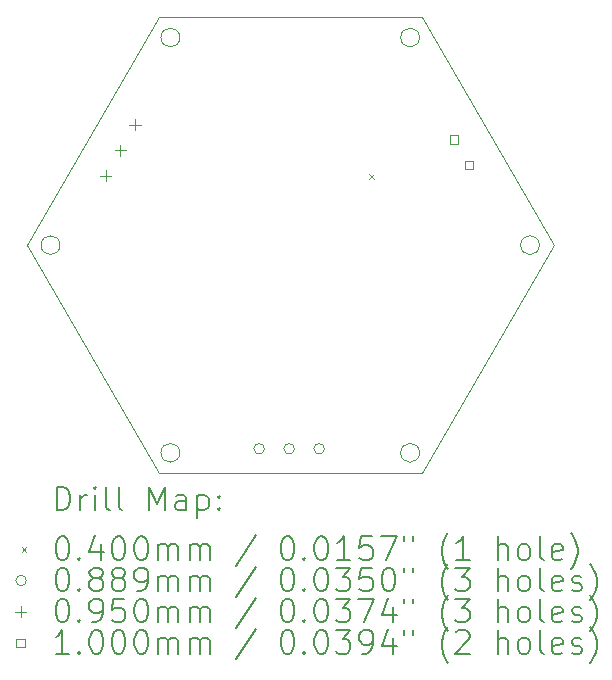
<source format=gbr>
%TF.GenerationSoftware,KiCad,Pcbnew,(6.0.8-1)-1*%
%TF.CreationDate,2022-11-30T21:49:59-05:00*%
%TF.ProjectId,Untitled,556e7469-746c-4656-942e-6b696361645f,rev?*%
%TF.SameCoordinates,Original*%
%TF.FileFunction,Drillmap*%
%TF.FilePolarity,Positive*%
%FSLAX45Y45*%
G04 Gerber Fmt 4.5, Leading zero omitted, Abs format (unit mm)*
G04 Created by KiCad (PCBNEW (6.0.8-1)-1) date 2022-11-30 21:49:59*
%MOMM*%
%LPD*%
G01*
G04 APERTURE LIST*
%ADD10C,0.100000*%
%ADD11C,0.200000*%
%ADD12C,0.040000*%
%ADD13C,0.088900*%
%ADD14C,0.095000*%
G04 APERTURE END LIST*
D10*
X9439000Y-7559000D02*
G75*
G03*
X9439000Y-7559000I-80000J0D01*
G01*
X8425000Y-5801000D02*
G75*
G03*
X8425000Y-5801000I-80000J0D01*
G01*
X9259000Y-3870000D02*
X8145000Y-5801000D01*
X11469000Y-7559000D02*
G75*
G03*
X11469000Y-7559000I-80000J0D01*
G01*
X11489000Y-3870000D02*
X9259000Y-3870000D01*
X9259000Y-7732000D02*
X11489000Y-7732000D01*
X8145000Y-5801000D02*
X9259000Y-7732000D01*
X12604000Y-5801000D02*
X11489000Y-7732000D01*
X12484000Y-5801000D02*
G75*
G03*
X12484000Y-5801000I-80000J0D01*
G01*
X11469000Y-4043000D02*
G75*
G03*
X11469000Y-4043000I-80000J0D01*
G01*
X9439000Y-4043000D02*
G75*
G03*
X9439000Y-4043000I-80000J0D01*
G01*
X12604000Y-5801000D02*
X11489000Y-3870000D01*
D11*
D12*
X11040000Y-5200000D02*
X11080000Y-5240000D01*
X11080000Y-5200000D02*
X11040000Y-5240000D01*
D13*
X10155200Y-7525010D02*
G75*
G03*
X10155200Y-7525010I-44450J0D01*
G01*
X10409200Y-7525010D02*
G75*
G03*
X10409200Y-7525010I-44450J0D01*
G01*
X10663200Y-7525010D02*
G75*
G03*
X10663200Y-7525010I-44450J0D01*
G01*
D14*
X8810000Y-5165513D02*
X8810000Y-5260513D01*
X8762500Y-5213013D02*
X8857500Y-5213013D01*
X8935000Y-4949006D02*
X8935000Y-5044006D01*
X8887500Y-4996506D02*
X8982500Y-4996506D01*
X9060000Y-4732500D02*
X9060000Y-4827500D01*
X9012500Y-4780000D02*
X9107500Y-4780000D01*
D10*
X11798322Y-4940853D02*
X11798322Y-4870141D01*
X11727611Y-4870141D01*
X11727611Y-4940853D01*
X11798322Y-4940853D01*
X11923322Y-5157359D02*
X11923322Y-5086648D01*
X11852611Y-5086648D01*
X11852611Y-5157359D01*
X11923322Y-5157359D01*
D11*
X8397619Y-8047476D02*
X8397619Y-7847476D01*
X8445238Y-7847476D01*
X8473810Y-7857000D01*
X8492857Y-7876048D01*
X8502381Y-7895095D01*
X8511905Y-7933190D01*
X8511905Y-7961762D01*
X8502381Y-7999857D01*
X8492857Y-8018905D01*
X8473810Y-8037952D01*
X8445238Y-8047476D01*
X8397619Y-8047476D01*
X8597619Y-8047476D02*
X8597619Y-7914143D01*
X8597619Y-7952238D02*
X8607143Y-7933190D01*
X8616667Y-7923667D01*
X8635714Y-7914143D01*
X8654762Y-7914143D01*
X8721429Y-8047476D02*
X8721429Y-7914143D01*
X8721429Y-7847476D02*
X8711905Y-7857000D01*
X8721429Y-7866524D01*
X8730952Y-7857000D01*
X8721429Y-7847476D01*
X8721429Y-7866524D01*
X8845238Y-8047476D02*
X8826190Y-8037952D01*
X8816667Y-8018905D01*
X8816667Y-7847476D01*
X8950000Y-8047476D02*
X8930952Y-8037952D01*
X8921429Y-8018905D01*
X8921429Y-7847476D01*
X9178571Y-8047476D02*
X9178571Y-7847476D01*
X9245238Y-7990333D01*
X9311905Y-7847476D01*
X9311905Y-8047476D01*
X9492857Y-8047476D02*
X9492857Y-7942714D01*
X9483333Y-7923667D01*
X9464286Y-7914143D01*
X9426190Y-7914143D01*
X9407143Y-7923667D01*
X9492857Y-8037952D02*
X9473810Y-8047476D01*
X9426190Y-8047476D01*
X9407143Y-8037952D01*
X9397619Y-8018905D01*
X9397619Y-7999857D01*
X9407143Y-7980809D01*
X9426190Y-7971286D01*
X9473810Y-7971286D01*
X9492857Y-7961762D01*
X9588095Y-7914143D02*
X9588095Y-8114143D01*
X9588095Y-7923667D02*
X9607143Y-7914143D01*
X9645238Y-7914143D01*
X9664286Y-7923667D01*
X9673810Y-7933190D01*
X9683333Y-7952238D01*
X9683333Y-8009381D01*
X9673810Y-8028428D01*
X9664286Y-8037952D01*
X9645238Y-8047476D01*
X9607143Y-8047476D01*
X9588095Y-8037952D01*
X9769048Y-8028428D02*
X9778571Y-8037952D01*
X9769048Y-8047476D01*
X9759524Y-8037952D01*
X9769048Y-8028428D01*
X9769048Y-8047476D01*
X9769048Y-7923667D02*
X9778571Y-7933190D01*
X9769048Y-7942714D01*
X9759524Y-7933190D01*
X9769048Y-7923667D01*
X9769048Y-7942714D01*
D12*
X8100000Y-8357000D02*
X8140000Y-8397000D01*
X8140000Y-8357000D02*
X8100000Y-8397000D01*
D11*
X8435714Y-8267476D02*
X8454762Y-8267476D01*
X8473810Y-8277000D01*
X8483333Y-8286524D01*
X8492857Y-8305571D01*
X8502381Y-8343667D01*
X8502381Y-8391286D01*
X8492857Y-8429381D01*
X8483333Y-8448429D01*
X8473810Y-8457952D01*
X8454762Y-8467476D01*
X8435714Y-8467476D01*
X8416667Y-8457952D01*
X8407143Y-8448429D01*
X8397619Y-8429381D01*
X8388095Y-8391286D01*
X8388095Y-8343667D01*
X8397619Y-8305571D01*
X8407143Y-8286524D01*
X8416667Y-8277000D01*
X8435714Y-8267476D01*
X8588095Y-8448429D02*
X8597619Y-8457952D01*
X8588095Y-8467476D01*
X8578571Y-8457952D01*
X8588095Y-8448429D01*
X8588095Y-8467476D01*
X8769048Y-8334143D02*
X8769048Y-8467476D01*
X8721429Y-8257952D02*
X8673810Y-8400810D01*
X8797619Y-8400810D01*
X8911905Y-8267476D02*
X8930952Y-8267476D01*
X8950000Y-8277000D01*
X8959524Y-8286524D01*
X8969048Y-8305571D01*
X8978571Y-8343667D01*
X8978571Y-8391286D01*
X8969048Y-8429381D01*
X8959524Y-8448429D01*
X8950000Y-8457952D01*
X8930952Y-8467476D01*
X8911905Y-8467476D01*
X8892857Y-8457952D01*
X8883333Y-8448429D01*
X8873810Y-8429381D01*
X8864286Y-8391286D01*
X8864286Y-8343667D01*
X8873810Y-8305571D01*
X8883333Y-8286524D01*
X8892857Y-8277000D01*
X8911905Y-8267476D01*
X9102381Y-8267476D02*
X9121429Y-8267476D01*
X9140476Y-8277000D01*
X9150000Y-8286524D01*
X9159524Y-8305571D01*
X9169048Y-8343667D01*
X9169048Y-8391286D01*
X9159524Y-8429381D01*
X9150000Y-8448429D01*
X9140476Y-8457952D01*
X9121429Y-8467476D01*
X9102381Y-8467476D01*
X9083333Y-8457952D01*
X9073810Y-8448429D01*
X9064286Y-8429381D01*
X9054762Y-8391286D01*
X9054762Y-8343667D01*
X9064286Y-8305571D01*
X9073810Y-8286524D01*
X9083333Y-8277000D01*
X9102381Y-8267476D01*
X9254762Y-8467476D02*
X9254762Y-8334143D01*
X9254762Y-8353190D02*
X9264286Y-8343667D01*
X9283333Y-8334143D01*
X9311905Y-8334143D01*
X9330952Y-8343667D01*
X9340476Y-8362714D01*
X9340476Y-8467476D01*
X9340476Y-8362714D02*
X9350000Y-8343667D01*
X9369048Y-8334143D01*
X9397619Y-8334143D01*
X9416667Y-8343667D01*
X9426190Y-8362714D01*
X9426190Y-8467476D01*
X9521429Y-8467476D02*
X9521429Y-8334143D01*
X9521429Y-8353190D02*
X9530952Y-8343667D01*
X9550000Y-8334143D01*
X9578571Y-8334143D01*
X9597619Y-8343667D01*
X9607143Y-8362714D01*
X9607143Y-8467476D01*
X9607143Y-8362714D02*
X9616667Y-8343667D01*
X9635714Y-8334143D01*
X9664286Y-8334143D01*
X9683333Y-8343667D01*
X9692857Y-8362714D01*
X9692857Y-8467476D01*
X10083333Y-8257952D02*
X9911905Y-8515095D01*
X10340476Y-8267476D02*
X10359524Y-8267476D01*
X10378571Y-8277000D01*
X10388095Y-8286524D01*
X10397619Y-8305571D01*
X10407143Y-8343667D01*
X10407143Y-8391286D01*
X10397619Y-8429381D01*
X10388095Y-8448429D01*
X10378571Y-8457952D01*
X10359524Y-8467476D01*
X10340476Y-8467476D01*
X10321429Y-8457952D01*
X10311905Y-8448429D01*
X10302381Y-8429381D01*
X10292857Y-8391286D01*
X10292857Y-8343667D01*
X10302381Y-8305571D01*
X10311905Y-8286524D01*
X10321429Y-8277000D01*
X10340476Y-8267476D01*
X10492857Y-8448429D02*
X10502381Y-8457952D01*
X10492857Y-8467476D01*
X10483333Y-8457952D01*
X10492857Y-8448429D01*
X10492857Y-8467476D01*
X10626190Y-8267476D02*
X10645238Y-8267476D01*
X10664286Y-8277000D01*
X10673810Y-8286524D01*
X10683333Y-8305571D01*
X10692857Y-8343667D01*
X10692857Y-8391286D01*
X10683333Y-8429381D01*
X10673810Y-8448429D01*
X10664286Y-8457952D01*
X10645238Y-8467476D01*
X10626190Y-8467476D01*
X10607143Y-8457952D01*
X10597619Y-8448429D01*
X10588095Y-8429381D01*
X10578571Y-8391286D01*
X10578571Y-8343667D01*
X10588095Y-8305571D01*
X10597619Y-8286524D01*
X10607143Y-8277000D01*
X10626190Y-8267476D01*
X10883333Y-8467476D02*
X10769048Y-8467476D01*
X10826190Y-8467476D02*
X10826190Y-8267476D01*
X10807143Y-8296048D01*
X10788095Y-8315095D01*
X10769048Y-8324619D01*
X11064286Y-8267476D02*
X10969048Y-8267476D01*
X10959524Y-8362714D01*
X10969048Y-8353190D01*
X10988095Y-8343667D01*
X11035714Y-8343667D01*
X11054762Y-8353190D01*
X11064286Y-8362714D01*
X11073810Y-8381762D01*
X11073810Y-8429381D01*
X11064286Y-8448429D01*
X11054762Y-8457952D01*
X11035714Y-8467476D01*
X10988095Y-8467476D01*
X10969048Y-8457952D01*
X10959524Y-8448429D01*
X11140476Y-8267476D02*
X11273809Y-8267476D01*
X11188095Y-8467476D01*
X11340476Y-8267476D02*
X11340476Y-8305571D01*
X11416667Y-8267476D02*
X11416667Y-8305571D01*
X11711905Y-8543667D02*
X11702381Y-8534143D01*
X11683333Y-8505571D01*
X11673809Y-8486524D01*
X11664286Y-8457952D01*
X11654762Y-8410333D01*
X11654762Y-8372238D01*
X11664286Y-8324619D01*
X11673809Y-8296048D01*
X11683333Y-8277000D01*
X11702381Y-8248428D01*
X11711905Y-8238905D01*
X11892857Y-8467476D02*
X11778571Y-8467476D01*
X11835714Y-8467476D02*
X11835714Y-8267476D01*
X11816667Y-8296048D01*
X11797619Y-8315095D01*
X11778571Y-8324619D01*
X12130952Y-8467476D02*
X12130952Y-8267476D01*
X12216667Y-8467476D02*
X12216667Y-8362714D01*
X12207143Y-8343667D01*
X12188095Y-8334143D01*
X12159524Y-8334143D01*
X12140476Y-8343667D01*
X12130952Y-8353190D01*
X12340476Y-8467476D02*
X12321428Y-8457952D01*
X12311905Y-8448429D01*
X12302381Y-8429381D01*
X12302381Y-8372238D01*
X12311905Y-8353190D01*
X12321428Y-8343667D01*
X12340476Y-8334143D01*
X12369048Y-8334143D01*
X12388095Y-8343667D01*
X12397619Y-8353190D01*
X12407143Y-8372238D01*
X12407143Y-8429381D01*
X12397619Y-8448429D01*
X12388095Y-8457952D01*
X12369048Y-8467476D01*
X12340476Y-8467476D01*
X12521428Y-8467476D02*
X12502381Y-8457952D01*
X12492857Y-8438905D01*
X12492857Y-8267476D01*
X12673809Y-8457952D02*
X12654762Y-8467476D01*
X12616667Y-8467476D01*
X12597619Y-8457952D01*
X12588095Y-8438905D01*
X12588095Y-8362714D01*
X12597619Y-8343667D01*
X12616667Y-8334143D01*
X12654762Y-8334143D01*
X12673809Y-8343667D01*
X12683333Y-8362714D01*
X12683333Y-8381762D01*
X12588095Y-8400810D01*
X12750000Y-8543667D02*
X12759524Y-8534143D01*
X12778571Y-8505571D01*
X12788095Y-8486524D01*
X12797619Y-8457952D01*
X12807143Y-8410333D01*
X12807143Y-8372238D01*
X12797619Y-8324619D01*
X12788095Y-8296048D01*
X12778571Y-8277000D01*
X12759524Y-8248428D01*
X12750000Y-8238905D01*
D13*
X8140000Y-8641000D02*
G75*
G03*
X8140000Y-8641000I-44450J0D01*
G01*
D11*
X8435714Y-8531476D02*
X8454762Y-8531476D01*
X8473810Y-8541000D01*
X8483333Y-8550524D01*
X8492857Y-8569571D01*
X8502381Y-8607667D01*
X8502381Y-8655286D01*
X8492857Y-8693381D01*
X8483333Y-8712429D01*
X8473810Y-8721952D01*
X8454762Y-8731476D01*
X8435714Y-8731476D01*
X8416667Y-8721952D01*
X8407143Y-8712429D01*
X8397619Y-8693381D01*
X8388095Y-8655286D01*
X8388095Y-8607667D01*
X8397619Y-8569571D01*
X8407143Y-8550524D01*
X8416667Y-8541000D01*
X8435714Y-8531476D01*
X8588095Y-8712429D02*
X8597619Y-8721952D01*
X8588095Y-8731476D01*
X8578571Y-8721952D01*
X8588095Y-8712429D01*
X8588095Y-8731476D01*
X8711905Y-8617190D02*
X8692857Y-8607667D01*
X8683333Y-8598143D01*
X8673810Y-8579095D01*
X8673810Y-8569571D01*
X8683333Y-8550524D01*
X8692857Y-8541000D01*
X8711905Y-8531476D01*
X8750000Y-8531476D01*
X8769048Y-8541000D01*
X8778571Y-8550524D01*
X8788095Y-8569571D01*
X8788095Y-8579095D01*
X8778571Y-8598143D01*
X8769048Y-8607667D01*
X8750000Y-8617190D01*
X8711905Y-8617190D01*
X8692857Y-8626714D01*
X8683333Y-8636238D01*
X8673810Y-8655286D01*
X8673810Y-8693381D01*
X8683333Y-8712429D01*
X8692857Y-8721952D01*
X8711905Y-8731476D01*
X8750000Y-8731476D01*
X8769048Y-8721952D01*
X8778571Y-8712429D01*
X8788095Y-8693381D01*
X8788095Y-8655286D01*
X8778571Y-8636238D01*
X8769048Y-8626714D01*
X8750000Y-8617190D01*
X8902381Y-8617190D02*
X8883333Y-8607667D01*
X8873810Y-8598143D01*
X8864286Y-8579095D01*
X8864286Y-8569571D01*
X8873810Y-8550524D01*
X8883333Y-8541000D01*
X8902381Y-8531476D01*
X8940476Y-8531476D01*
X8959524Y-8541000D01*
X8969048Y-8550524D01*
X8978571Y-8569571D01*
X8978571Y-8579095D01*
X8969048Y-8598143D01*
X8959524Y-8607667D01*
X8940476Y-8617190D01*
X8902381Y-8617190D01*
X8883333Y-8626714D01*
X8873810Y-8636238D01*
X8864286Y-8655286D01*
X8864286Y-8693381D01*
X8873810Y-8712429D01*
X8883333Y-8721952D01*
X8902381Y-8731476D01*
X8940476Y-8731476D01*
X8959524Y-8721952D01*
X8969048Y-8712429D01*
X8978571Y-8693381D01*
X8978571Y-8655286D01*
X8969048Y-8636238D01*
X8959524Y-8626714D01*
X8940476Y-8617190D01*
X9073810Y-8731476D02*
X9111905Y-8731476D01*
X9130952Y-8721952D01*
X9140476Y-8712429D01*
X9159524Y-8683857D01*
X9169048Y-8645762D01*
X9169048Y-8569571D01*
X9159524Y-8550524D01*
X9150000Y-8541000D01*
X9130952Y-8531476D01*
X9092857Y-8531476D01*
X9073810Y-8541000D01*
X9064286Y-8550524D01*
X9054762Y-8569571D01*
X9054762Y-8617190D01*
X9064286Y-8636238D01*
X9073810Y-8645762D01*
X9092857Y-8655286D01*
X9130952Y-8655286D01*
X9150000Y-8645762D01*
X9159524Y-8636238D01*
X9169048Y-8617190D01*
X9254762Y-8731476D02*
X9254762Y-8598143D01*
X9254762Y-8617190D02*
X9264286Y-8607667D01*
X9283333Y-8598143D01*
X9311905Y-8598143D01*
X9330952Y-8607667D01*
X9340476Y-8626714D01*
X9340476Y-8731476D01*
X9340476Y-8626714D02*
X9350000Y-8607667D01*
X9369048Y-8598143D01*
X9397619Y-8598143D01*
X9416667Y-8607667D01*
X9426190Y-8626714D01*
X9426190Y-8731476D01*
X9521429Y-8731476D02*
X9521429Y-8598143D01*
X9521429Y-8617190D02*
X9530952Y-8607667D01*
X9550000Y-8598143D01*
X9578571Y-8598143D01*
X9597619Y-8607667D01*
X9607143Y-8626714D01*
X9607143Y-8731476D01*
X9607143Y-8626714D02*
X9616667Y-8607667D01*
X9635714Y-8598143D01*
X9664286Y-8598143D01*
X9683333Y-8607667D01*
X9692857Y-8626714D01*
X9692857Y-8731476D01*
X10083333Y-8521952D02*
X9911905Y-8779095D01*
X10340476Y-8531476D02*
X10359524Y-8531476D01*
X10378571Y-8541000D01*
X10388095Y-8550524D01*
X10397619Y-8569571D01*
X10407143Y-8607667D01*
X10407143Y-8655286D01*
X10397619Y-8693381D01*
X10388095Y-8712429D01*
X10378571Y-8721952D01*
X10359524Y-8731476D01*
X10340476Y-8731476D01*
X10321429Y-8721952D01*
X10311905Y-8712429D01*
X10302381Y-8693381D01*
X10292857Y-8655286D01*
X10292857Y-8607667D01*
X10302381Y-8569571D01*
X10311905Y-8550524D01*
X10321429Y-8541000D01*
X10340476Y-8531476D01*
X10492857Y-8712429D02*
X10502381Y-8721952D01*
X10492857Y-8731476D01*
X10483333Y-8721952D01*
X10492857Y-8712429D01*
X10492857Y-8731476D01*
X10626190Y-8531476D02*
X10645238Y-8531476D01*
X10664286Y-8541000D01*
X10673810Y-8550524D01*
X10683333Y-8569571D01*
X10692857Y-8607667D01*
X10692857Y-8655286D01*
X10683333Y-8693381D01*
X10673810Y-8712429D01*
X10664286Y-8721952D01*
X10645238Y-8731476D01*
X10626190Y-8731476D01*
X10607143Y-8721952D01*
X10597619Y-8712429D01*
X10588095Y-8693381D01*
X10578571Y-8655286D01*
X10578571Y-8607667D01*
X10588095Y-8569571D01*
X10597619Y-8550524D01*
X10607143Y-8541000D01*
X10626190Y-8531476D01*
X10759524Y-8531476D02*
X10883333Y-8531476D01*
X10816667Y-8607667D01*
X10845238Y-8607667D01*
X10864286Y-8617190D01*
X10873810Y-8626714D01*
X10883333Y-8645762D01*
X10883333Y-8693381D01*
X10873810Y-8712429D01*
X10864286Y-8721952D01*
X10845238Y-8731476D01*
X10788095Y-8731476D01*
X10769048Y-8721952D01*
X10759524Y-8712429D01*
X11064286Y-8531476D02*
X10969048Y-8531476D01*
X10959524Y-8626714D01*
X10969048Y-8617190D01*
X10988095Y-8607667D01*
X11035714Y-8607667D01*
X11054762Y-8617190D01*
X11064286Y-8626714D01*
X11073810Y-8645762D01*
X11073810Y-8693381D01*
X11064286Y-8712429D01*
X11054762Y-8721952D01*
X11035714Y-8731476D01*
X10988095Y-8731476D01*
X10969048Y-8721952D01*
X10959524Y-8712429D01*
X11197619Y-8531476D02*
X11216667Y-8531476D01*
X11235714Y-8541000D01*
X11245238Y-8550524D01*
X11254762Y-8569571D01*
X11264286Y-8607667D01*
X11264286Y-8655286D01*
X11254762Y-8693381D01*
X11245238Y-8712429D01*
X11235714Y-8721952D01*
X11216667Y-8731476D01*
X11197619Y-8731476D01*
X11178571Y-8721952D01*
X11169048Y-8712429D01*
X11159524Y-8693381D01*
X11150000Y-8655286D01*
X11150000Y-8607667D01*
X11159524Y-8569571D01*
X11169048Y-8550524D01*
X11178571Y-8541000D01*
X11197619Y-8531476D01*
X11340476Y-8531476D02*
X11340476Y-8569571D01*
X11416667Y-8531476D02*
X11416667Y-8569571D01*
X11711905Y-8807667D02*
X11702381Y-8798143D01*
X11683333Y-8769571D01*
X11673809Y-8750524D01*
X11664286Y-8721952D01*
X11654762Y-8674333D01*
X11654762Y-8636238D01*
X11664286Y-8588619D01*
X11673809Y-8560048D01*
X11683333Y-8541000D01*
X11702381Y-8512429D01*
X11711905Y-8502905D01*
X11769048Y-8531476D02*
X11892857Y-8531476D01*
X11826190Y-8607667D01*
X11854762Y-8607667D01*
X11873809Y-8617190D01*
X11883333Y-8626714D01*
X11892857Y-8645762D01*
X11892857Y-8693381D01*
X11883333Y-8712429D01*
X11873809Y-8721952D01*
X11854762Y-8731476D01*
X11797619Y-8731476D01*
X11778571Y-8721952D01*
X11769048Y-8712429D01*
X12130952Y-8731476D02*
X12130952Y-8531476D01*
X12216667Y-8731476D02*
X12216667Y-8626714D01*
X12207143Y-8607667D01*
X12188095Y-8598143D01*
X12159524Y-8598143D01*
X12140476Y-8607667D01*
X12130952Y-8617190D01*
X12340476Y-8731476D02*
X12321428Y-8721952D01*
X12311905Y-8712429D01*
X12302381Y-8693381D01*
X12302381Y-8636238D01*
X12311905Y-8617190D01*
X12321428Y-8607667D01*
X12340476Y-8598143D01*
X12369048Y-8598143D01*
X12388095Y-8607667D01*
X12397619Y-8617190D01*
X12407143Y-8636238D01*
X12407143Y-8693381D01*
X12397619Y-8712429D01*
X12388095Y-8721952D01*
X12369048Y-8731476D01*
X12340476Y-8731476D01*
X12521428Y-8731476D02*
X12502381Y-8721952D01*
X12492857Y-8702905D01*
X12492857Y-8531476D01*
X12673809Y-8721952D02*
X12654762Y-8731476D01*
X12616667Y-8731476D01*
X12597619Y-8721952D01*
X12588095Y-8702905D01*
X12588095Y-8626714D01*
X12597619Y-8607667D01*
X12616667Y-8598143D01*
X12654762Y-8598143D01*
X12673809Y-8607667D01*
X12683333Y-8626714D01*
X12683333Y-8645762D01*
X12588095Y-8664810D01*
X12759524Y-8721952D02*
X12778571Y-8731476D01*
X12816667Y-8731476D01*
X12835714Y-8721952D01*
X12845238Y-8702905D01*
X12845238Y-8693381D01*
X12835714Y-8674333D01*
X12816667Y-8664810D01*
X12788095Y-8664810D01*
X12769048Y-8655286D01*
X12759524Y-8636238D01*
X12759524Y-8626714D01*
X12769048Y-8607667D01*
X12788095Y-8598143D01*
X12816667Y-8598143D01*
X12835714Y-8607667D01*
X12911905Y-8807667D02*
X12921428Y-8798143D01*
X12940476Y-8769571D01*
X12950000Y-8750524D01*
X12959524Y-8721952D01*
X12969048Y-8674333D01*
X12969048Y-8636238D01*
X12959524Y-8588619D01*
X12950000Y-8560048D01*
X12940476Y-8541000D01*
X12921428Y-8512429D01*
X12911905Y-8502905D01*
D14*
X8092500Y-8857500D02*
X8092500Y-8952500D01*
X8045000Y-8905000D02*
X8140000Y-8905000D01*
D11*
X8435714Y-8795476D02*
X8454762Y-8795476D01*
X8473810Y-8805000D01*
X8483333Y-8814524D01*
X8492857Y-8833571D01*
X8502381Y-8871667D01*
X8502381Y-8919286D01*
X8492857Y-8957381D01*
X8483333Y-8976429D01*
X8473810Y-8985952D01*
X8454762Y-8995476D01*
X8435714Y-8995476D01*
X8416667Y-8985952D01*
X8407143Y-8976429D01*
X8397619Y-8957381D01*
X8388095Y-8919286D01*
X8388095Y-8871667D01*
X8397619Y-8833571D01*
X8407143Y-8814524D01*
X8416667Y-8805000D01*
X8435714Y-8795476D01*
X8588095Y-8976429D02*
X8597619Y-8985952D01*
X8588095Y-8995476D01*
X8578571Y-8985952D01*
X8588095Y-8976429D01*
X8588095Y-8995476D01*
X8692857Y-8995476D02*
X8730952Y-8995476D01*
X8750000Y-8985952D01*
X8759524Y-8976429D01*
X8778571Y-8947857D01*
X8788095Y-8909762D01*
X8788095Y-8833571D01*
X8778571Y-8814524D01*
X8769048Y-8805000D01*
X8750000Y-8795476D01*
X8711905Y-8795476D01*
X8692857Y-8805000D01*
X8683333Y-8814524D01*
X8673810Y-8833571D01*
X8673810Y-8881190D01*
X8683333Y-8900238D01*
X8692857Y-8909762D01*
X8711905Y-8919286D01*
X8750000Y-8919286D01*
X8769048Y-8909762D01*
X8778571Y-8900238D01*
X8788095Y-8881190D01*
X8969048Y-8795476D02*
X8873810Y-8795476D01*
X8864286Y-8890714D01*
X8873810Y-8881190D01*
X8892857Y-8871667D01*
X8940476Y-8871667D01*
X8959524Y-8881190D01*
X8969048Y-8890714D01*
X8978571Y-8909762D01*
X8978571Y-8957381D01*
X8969048Y-8976429D01*
X8959524Y-8985952D01*
X8940476Y-8995476D01*
X8892857Y-8995476D01*
X8873810Y-8985952D01*
X8864286Y-8976429D01*
X9102381Y-8795476D02*
X9121429Y-8795476D01*
X9140476Y-8805000D01*
X9150000Y-8814524D01*
X9159524Y-8833571D01*
X9169048Y-8871667D01*
X9169048Y-8919286D01*
X9159524Y-8957381D01*
X9150000Y-8976429D01*
X9140476Y-8985952D01*
X9121429Y-8995476D01*
X9102381Y-8995476D01*
X9083333Y-8985952D01*
X9073810Y-8976429D01*
X9064286Y-8957381D01*
X9054762Y-8919286D01*
X9054762Y-8871667D01*
X9064286Y-8833571D01*
X9073810Y-8814524D01*
X9083333Y-8805000D01*
X9102381Y-8795476D01*
X9254762Y-8995476D02*
X9254762Y-8862143D01*
X9254762Y-8881190D02*
X9264286Y-8871667D01*
X9283333Y-8862143D01*
X9311905Y-8862143D01*
X9330952Y-8871667D01*
X9340476Y-8890714D01*
X9340476Y-8995476D01*
X9340476Y-8890714D02*
X9350000Y-8871667D01*
X9369048Y-8862143D01*
X9397619Y-8862143D01*
X9416667Y-8871667D01*
X9426190Y-8890714D01*
X9426190Y-8995476D01*
X9521429Y-8995476D02*
X9521429Y-8862143D01*
X9521429Y-8881190D02*
X9530952Y-8871667D01*
X9550000Y-8862143D01*
X9578571Y-8862143D01*
X9597619Y-8871667D01*
X9607143Y-8890714D01*
X9607143Y-8995476D01*
X9607143Y-8890714D02*
X9616667Y-8871667D01*
X9635714Y-8862143D01*
X9664286Y-8862143D01*
X9683333Y-8871667D01*
X9692857Y-8890714D01*
X9692857Y-8995476D01*
X10083333Y-8785952D02*
X9911905Y-9043095D01*
X10340476Y-8795476D02*
X10359524Y-8795476D01*
X10378571Y-8805000D01*
X10388095Y-8814524D01*
X10397619Y-8833571D01*
X10407143Y-8871667D01*
X10407143Y-8919286D01*
X10397619Y-8957381D01*
X10388095Y-8976429D01*
X10378571Y-8985952D01*
X10359524Y-8995476D01*
X10340476Y-8995476D01*
X10321429Y-8985952D01*
X10311905Y-8976429D01*
X10302381Y-8957381D01*
X10292857Y-8919286D01*
X10292857Y-8871667D01*
X10302381Y-8833571D01*
X10311905Y-8814524D01*
X10321429Y-8805000D01*
X10340476Y-8795476D01*
X10492857Y-8976429D02*
X10502381Y-8985952D01*
X10492857Y-8995476D01*
X10483333Y-8985952D01*
X10492857Y-8976429D01*
X10492857Y-8995476D01*
X10626190Y-8795476D02*
X10645238Y-8795476D01*
X10664286Y-8805000D01*
X10673810Y-8814524D01*
X10683333Y-8833571D01*
X10692857Y-8871667D01*
X10692857Y-8919286D01*
X10683333Y-8957381D01*
X10673810Y-8976429D01*
X10664286Y-8985952D01*
X10645238Y-8995476D01*
X10626190Y-8995476D01*
X10607143Y-8985952D01*
X10597619Y-8976429D01*
X10588095Y-8957381D01*
X10578571Y-8919286D01*
X10578571Y-8871667D01*
X10588095Y-8833571D01*
X10597619Y-8814524D01*
X10607143Y-8805000D01*
X10626190Y-8795476D01*
X10759524Y-8795476D02*
X10883333Y-8795476D01*
X10816667Y-8871667D01*
X10845238Y-8871667D01*
X10864286Y-8881190D01*
X10873810Y-8890714D01*
X10883333Y-8909762D01*
X10883333Y-8957381D01*
X10873810Y-8976429D01*
X10864286Y-8985952D01*
X10845238Y-8995476D01*
X10788095Y-8995476D01*
X10769048Y-8985952D01*
X10759524Y-8976429D01*
X10950000Y-8795476D02*
X11083333Y-8795476D01*
X10997619Y-8995476D01*
X11245238Y-8862143D02*
X11245238Y-8995476D01*
X11197619Y-8785952D02*
X11150000Y-8928810D01*
X11273809Y-8928810D01*
X11340476Y-8795476D02*
X11340476Y-8833571D01*
X11416667Y-8795476D02*
X11416667Y-8833571D01*
X11711905Y-9071667D02*
X11702381Y-9062143D01*
X11683333Y-9033571D01*
X11673809Y-9014524D01*
X11664286Y-8985952D01*
X11654762Y-8938333D01*
X11654762Y-8900238D01*
X11664286Y-8852619D01*
X11673809Y-8824048D01*
X11683333Y-8805000D01*
X11702381Y-8776429D01*
X11711905Y-8766905D01*
X11769048Y-8795476D02*
X11892857Y-8795476D01*
X11826190Y-8871667D01*
X11854762Y-8871667D01*
X11873809Y-8881190D01*
X11883333Y-8890714D01*
X11892857Y-8909762D01*
X11892857Y-8957381D01*
X11883333Y-8976429D01*
X11873809Y-8985952D01*
X11854762Y-8995476D01*
X11797619Y-8995476D01*
X11778571Y-8985952D01*
X11769048Y-8976429D01*
X12130952Y-8995476D02*
X12130952Y-8795476D01*
X12216667Y-8995476D02*
X12216667Y-8890714D01*
X12207143Y-8871667D01*
X12188095Y-8862143D01*
X12159524Y-8862143D01*
X12140476Y-8871667D01*
X12130952Y-8881190D01*
X12340476Y-8995476D02*
X12321428Y-8985952D01*
X12311905Y-8976429D01*
X12302381Y-8957381D01*
X12302381Y-8900238D01*
X12311905Y-8881190D01*
X12321428Y-8871667D01*
X12340476Y-8862143D01*
X12369048Y-8862143D01*
X12388095Y-8871667D01*
X12397619Y-8881190D01*
X12407143Y-8900238D01*
X12407143Y-8957381D01*
X12397619Y-8976429D01*
X12388095Y-8985952D01*
X12369048Y-8995476D01*
X12340476Y-8995476D01*
X12521428Y-8995476D02*
X12502381Y-8985952D01*
X12492857Y-8966905D01*
X12492857Y-8795476D01*
X12673809Y-8985952D02*
X12654762Y-8995476D01*
X12616667Y-8995476D01*
X12597619Y-8985952D01*
X12588095Y-8966905D01*
X12588095Y-8890714D01*
X12597619Y-8871667D01*
X12616667Y-8862143D01*
X12654762Y-8862143D01*
X12673809Y-8871667D01*
X12683333Y-8890714D01*
X12683333Y-8909762D01*
X12588095Y-8928810D01*
X12759524Y-8985952D02*
X12778571Y-8995476D01*
X12816667Y-8995476D01*
X12835714Y-8985952D01*
X12845238Y-8966905D01*
X12845238Y-8957381D01*
X12835714Y-8938333D01*
X12816667Y-8928810D01*
X12788095Y-8928810D01*
X12769048Y-8919286D01*
X12759524Y-8900238D01*
X12759524Y-8890714D01*
X12769048Y-8871667D01*
X12788095Y-8862143D01*
X12816667Y-8862143D01*
X12835714Y-8871667D01*
X12911905Y-9071667D02*
X12921428Y-9062143D01*
X12940476Y-9033571D01*
X12950000Y-9014524D01*
X12959524Y-8985952D01*
X12969048Y-8938333D01*
X12969048Y-8900238D01*
X12959524Y-8852619D01*
X12950000Y-8824048D01*
X12940476Y-8805000D01*
X12921428Y-8776429D01*
X12911905Y-8766905D01*
D10*
X8125356Y-9204356D02*
X8125356Y-9133644D01*
X8054644Y-9133644D01*
X8054644Y-9204356D01*
X8125356Y-9204356D01*
D11*
X8502381Y-9259476D02*
X8388095Y-9259476D01*
X8445238Y-9259476D02*
X8445238Y-9059476D01*
X8426190Y-9088048D01*
X8407143Y-9107095D01*
X8388095Y-9116619D01*
X8588095Y-9240429D02*
X8597619Y-9249952D01*
X8588095Y-9259476D01*
X8578571Y-9249952D01*
X8588095Y-9240429D01*
X8588095Y-9259476D01*
X8721429Y-9059476D02*
X8740476Y-9059476D01*
X8759524Y-9069000D01*
X8769048Y-9078524D01*
X8778571Y-9097571D01*
X8788095Y-9135667D01*
X8788095Y-9183286D01*
X8778571Y-9221381D01*
X8769048Y-9240429D01*
X8759524Y-9249952D01*
X8740476Y-9259476D01*
X8721429Y-9259476D01*
X8702381Y-9249952D01*
X8692857Y-9240429D01*
X8683333Y-9221381D01*
X8673810Y-9183286D01*
X8673810Y-9135667D01*
X8683333Y-9097571D01*
X8692857Y-9078524D01*
X8702381Y-9069000D01*
X8721429Y-9059476D01*
X8911905Y-9059476D02*
X8930952Y-9059476D01*
X8950000Y-9069000D01*
X8959524Y-9078524D01*
X8969048Y-9097571D01*
X8978571Y-9135667D01*
X8978571Y-9183286D01*
X8969048Y-9221381D01*
X8959524Y-9240429D01*
X8950000Y-9249952D01*
X8930952Y-9259476D01*
X8911905Y-9259476D01*
X8892857Y-9249952D01*
X8883333Y-9240429D01*
X8873810Y-9221381D01*
X8864286Y-9183286D01*
X8864286Y-9135667D01*
X8873810Y-9097571D01*
X8883333Y-9078524D01*
X8892857Y-9069000D01*
X8911905Y-9059476D01*
X9102381Y-9059476D02*
X9121429Y-9059476D01*
X9140476Y-9069000D01*
X9150000Y-9078524D01*
X9159524Y-9097571D01*
X9169048Y-9135667D01*
X9169048Y-9183286D01*
X9159524Y-9221381D01*
X9150000Y-9240429D01*
X9140476Y-9249952D01*
X9121429Y-9259476D01*
X9102381Y-9259476D01*
X9083333Y-9249952D01*
X9073810Y-9240429D01*
X9064286Y-9221381D01*
X9054762Y-9183286D01*
X9054762Y-9135667D01*
X9064286Y-9097571D01*
X9073810Y-9078524D01*
X9083333Y-9069000D01*
X9102381Y-9059476D01*
X9254762Y-9259476D02*
X9254762Y-9126143D01*
X9254762Y-9145190D02*
X9264286Y-9135667D01*
X9283333Y-9126143D01*
X9311905Y-9126143D01*
X9330952Y-9135667D01*
X9340476Y-9154714D01*
X9340476Y-9259476D01*
X9340476Y-9154714D02*
X9350000Y-9135667D01*
X9369048Y-9126143D01*
X9397619Y-9126143D01*
X9416667Y-9135667D01*
X9426190Y-9154714D01*
X9426190Y-9259476D01*
X9521429Y-9259476D02*
X9521429Y-9126143D01*
X9521429Y-9145190D02*
X9530952Y-9135667D01*
X9550000Y-9126143D01*
X9578571Y-9126143D01*
X9597619Y-9135667D01*
X9607143Y-9154714D01*
X9607143Y-9259476D01*
X9607143Y-9154714D02*
X9616667Y-9135667D01*
X9635714Y-9126143D01*
X9664286Y-9126143D01*
X9683333Y-9135667D01*
X9692857Y-9154714D01*
X9692857Y-9259476D01*
X10083333Y-9049952D02*
X9911905Y-9307095D01*
X10340476Y-9059476D02*
X10359524Y-9059476D01*
X10378571Y-9069000D01*
X10388095Y-9078524D01*
X10397619Y-9097571D01*
X10407143Y-9135667D01*
X10407143Y-9183286D01*
X10397619Y-9221381D01*
X10388095Y-9240429D01*
X10378571Y-9249952D01*
X10359524Y-9259476D01*
X10340476Y-9259476D01*
X10321429Y-9249952D01*
X10311905Y-9240429D01*
X10302381Y-9221381D01*
X10292857Y-9183286D01*
X10292857Y-9135667D01*
X10302381Y-9097571D01*
X10311905Y-9078524D01*
X10321429Y-9069000D01*
X10340476Y-9059476D01*
X10492857Y-9240429D02*
X10502381Y-9249952D01*
X10492857Y-9259476D01*
X10483333Y-9249952D01*
X10492857Y-9240429D01*
X10492857Y-9259476D01*
X10626190Y-9059476D02*
X10645238Y-9059476D01*
X10664286Y-9069000D01*
X10673810Y-9078524D01*
X10683333Y-9097571D01*
X10692857Y-9135667D01*
X10692857Y-9183286D01*
X10683333Y-9221381D01*
X10673810Y-9240429D01*
X10664286Y-9249952D01*
X10645238Y-9259476D01*
X10626190Y-9259476D01*
X10607143Y-9249952D01*
X10597619Y-9240429D01*
X10588095Y-9221381D01*
X10578571Y-9183286D01*
X10578571Y-9135667D01*
X10588095Y-9097571D01*
X10597619Y-9078524D01*
X10607143Y-9069000D01*
X10626190Y-9059476D01*
X10759524Y-9059476D02*
X10883333Y-9059476D01*
X10816667Y-9135667D01*
X10845238Y-9135667D01*
X10864286Y-9145190D01*
X10873810Y-9154714D01*
X10883333Y-9173762D01*
X10883333Y-9221381D01*
X10873810Y-9240429D01*
X10864286Y-9249952D01*
X10845238Y-9259476D01*
X10788095Y-9259476D01*
X10769048Y-9249952D01*
X10759524Y-9240429D01*
X10978571Y-9259476D02*
X11016667Y-9259476D01*
X11035714Y-9249952D01*
X11045238Y-9240429D01*
X11064286Y-9211857D01*
X11073810Y-9173762D01*
X11073810Y-9097571D01*
X11064286Y-9078524D01*
X11054762Y-9069000D01*
X11035714Y-9059476D01*
X10997619Y-9059476D01*
X10978571Y-9069000D01*
X10969048Y-9078524D01*
X10959524Y-9097571D01*
X10959524Y-9145190D01*
X10969048Y-9164238D01*
X10978571Y-9173762D01*
X10997619Y-9183286D01*
X11035714Y-9183286D01*
X11054762Y-9173762D01*
X11064286Y-9164238D01*
X11073810Y-9145190D01*
X11245238Y-9126143D02*
X11245238Y-9259476D01*
X11197619Y-9049952D02*
X11150000Y-9192810D01*
X11273809Y-9192810D01*
X11340476Y-9059476D02*
X11340476Y-9097571D01*
X11416667Y-9059476D02*
X11416667Y-9097571D01*
X11711905Y-9335667D02*
X11702381Y-9326143D01*
X11683333Y-9297571D01*
X11673809Y-9278524D01*
X11664286Y-9249952D01*
X11654762Y-9202333D01*
X11654762Y-9164238D01*
X11664286Y-9116619D01*
X11673809Y-9088048D01*
X11683333Y-9069000D01*
X11702381Y-9040429D01*
X11711905Y-9030905D01*
X11778571Y-9078524D02*
X11788095Y-9069000D01*
X11807143Y-9059476D01*
X11854762Y-9059476D01*
X11873809Y-9069000D01*
X11883333Y-9078524D01*
X11892857Y-9097571D01*
X11892857Y-9116619D01*
X11883333Y-9145190D01*
X11769048Y-9259476D01*
X11892857Y-9259476D01*
X12130952Y-9259476D02*
X12130952Y-9059476D01*
X12216667Y-9259476D02*
X12216667Y-9154714D01*
X12207143Y-9135667D01*
X12188095Y-9126143D01*
X12159524Y-9126143D01*
X12140476Y-9135667D01*
X12130952Y-9145190D01*
X12340476Y-9259476D02*
X12321428Y-9249952D01*
X12311905Y-9240429D01*
X12302381Y-9221381D01*
X12302381Y-9164238D01*
X12311905Y-9145190D01*
X12321428Y-9135667D01*
X12340476Y-9126143D01*
X12369048Y-9126143D01*
X12388095Y-9135667D01*
X12397619Y-9145190D01*
X12407143Y-9164238D01*
X12407143Y-9221381D01*
X12397619Y-9240429D01*
X12388095Y-9249952D01*
X12369048Y-9259476D01*
X12340476Y-9259476D01*
X12521428Y-9259476D02*
X12502381Y-9249952D01*
X12492857Y-9230905D01*
X12492857Y-9059476D01*
X12673809Y-9249952D02*
X12654762Y-9259476D01*
X12616667Y-9259476D01*
X12597619Y-9249952D01*
X12588095Y-9230905D01*
X12588095Y-9154714D01*
X12597619Y-9135667D01*
X12616667Y-9126143D01*
X12654762Y-9126143D01*
X12673809Y-9135667D01*
X12683333Y-9154714D01*
X12683333Y-9173762D01*
X12588095Y-9192810D01*
X12759524Y-9249952D02*
X12778571Y-9259476D01*
X12816667Y-9259476D01*
X12835714Y-9249952D01*
X12845238Y-9230905D01*
X12845238Y-9221381D01*
X12835714Y-9202333D01*
X12816667Y-9192810D01*
X12788095Y-9192810D01*
X12769048Y-9183286D01*
X12759524Y-9164238D01*
X12759524Y-9154714D01*
X12769048Y-9135667D01*
X12788095Y-9126143D01*
X12816667Y-9126143D01*
X12835714Y-9135667D01*
X12911905Y-9335667D02*
X12921428Y-9326143D01*
X12940476Y-9297571D01*
X12950000Y-9278524D01*
X12959524Y-9249952D01*
X12969048Y-9202333D01*
X12969048Y-9164238D01*
X12959524Y-9116619D01*
X12950000Y-9088048D01*
X12940476Y-9069000D01*
X12921428Y-9040429D01*
X12911905Y-9030905D01*
M02*

</source>
